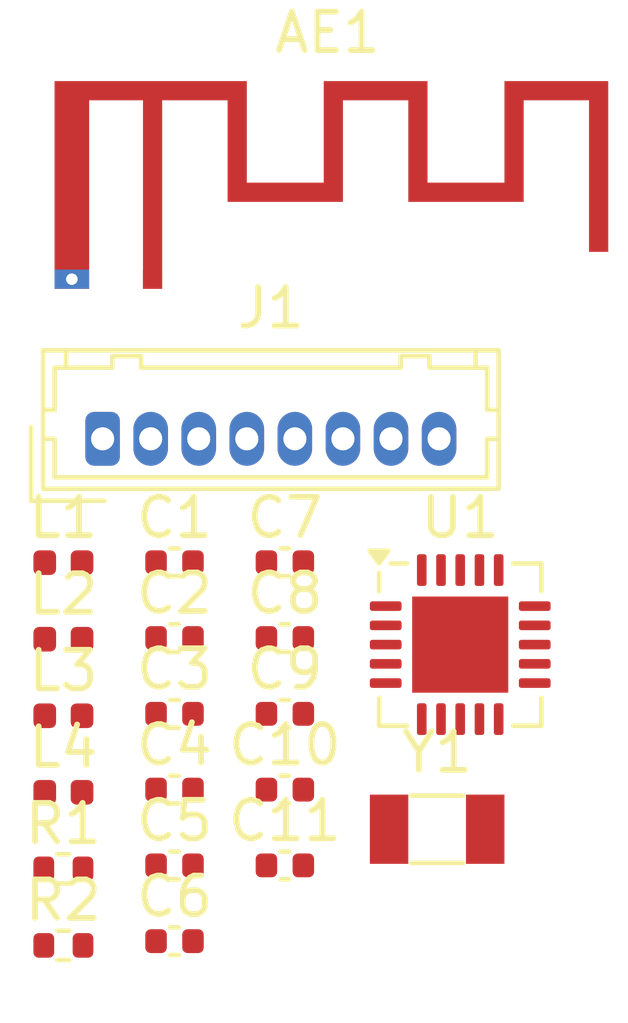
<source format=kicad_pcb>
(kicad_pcb (version 20240108) (generator "pcbnew") (generator_version "8.0")
  (layers (0 "F.Cu" signal) (31 "B.Cu" signal) (34 "B.Paste" user) (35 "F.Paste" user) (36 "B.SilkS" user "B.Silkscreen") (37 "F.SilkS" user "F.Silkscreen") (38 "B.Mask" user) (39 "F.Mask" user) (44 "Edge.Cuts" user))
  (net 0 "")
  (net 1 "Net-(AE1-A)")
  (net 2 "VCC")
  (net 3 "GND")
  (net 4 "Net-(U1-DVDD)")
  (net 5 "Net-(U1-XC2)")
  (net 6 "Net-(U1-XC1)")
  (net 7 "Net-(U1-VDD_PA)")
  (net 8 "Net-(C7-Pad1)")
  (net 9 "Net-(C10-Pad1)")
  (net 10 "Net-(J1-Pin_2)")
  (net 11 "Net-(J1-Pin_5)")
  (net 12 "Net-(J1-Pin_3)")
  (net 13 "Net-(J1-Pin_7)")
  (net 14 "Net-(J1-Pin_6)")
  (net 15 "Net-(J1-Pin_4)")
  (net 16 "Net-(U1-ANT2)")
  (net 17 "Net-(U1-ANT1)")
  (net 18 "Net-(U1-IREF)")
  (footprint "Capacitor_SMD:C_0402_1005Metric" (layer "F.Cu") (at 157.902 92)
    (property "Reference" "C9" (at 0 -1.16 0) (layer "F.SilkS"))
    (property "Value" "4.7p")
    (fp_line (start -0.107836 -0.36) (end 0.107836 -0.36) (stroke (width 0.12)) (layer "F.SilkS"))
    (fp_line (start -0.107836 0.36) (end 0.107836 0.36) (stroke (width 0.12)) (layer "F.SilkS"))
    (pad "1" smd roundrect (at -0.48 0) (size 0.56 0.62) (layers "F.Cu" "F.Paste" "F.Mask") (net 7 "Net-(U1-VDD_PA)"))
    (pad "2" smd roundrect (at 0.48 0) (size 0.56 0.62) (layers "F.Cu" "F.Paste" "F.Mask") (net 3 "GND"))
  )
  (footprint "Inductor_SMD:L_0402_1005Metric" (layer "F.Cu") (at 152.142 94.04)
    (property "Reference" "L4" (at 0 -1.17 0) (layer "F.SilkS"))
    (property "Value" "Lx")
    (pad "1" smd roundrect (at -0.485 0) (size 0.59 0.64) (layers "F.Cu" "F.Paste" "F.Mask") (net 9 "Net-(C10-Pad1)"))
    (pad "2" smd roundrect (at 0.485 0) (size 0.59 0.64) (layers "F.Cu" "F.Paste" "F.Mask") (net 1 "Net-(AE1-A)"))
  )
  (footprint "Capacitor_SMD:C_0402_1005Metric" (layer "F.Cu") (at 157.902 95.94)
    (property "Reference" "C11" (at 0 -1.16 0) (layer "F.SilkS"))
    (property "Value" "Cx")
    (fp_line (start -0.107836 -0.36) (end 0.107836 -0.36) (stroke (width 0.12)) (layer "F.SilkS"))
    (fp_line (start -0.107836 0.36) (end 0.107836 0.36) (stroke (width 0.12)) (layer "F.SilkS"))
    (pad "1" smd roundrect (at -0.48 0) (size 0.56 0.62) (layers "F.Cu" "F.Paste" "F.Mask") (net 1 "Net-(AE1-A)"))
    (pad "2" smd roundrect (at 0.48 0) (size 0.56 0.62) (layers "F.Cu" "F.Paste" "F.Mask") (net 3 "GND"))
  )
  (footprint "Inductor_SMD:L_0402_1005Metric" (layer "F.Cu") (at 152.142 92.05)
    (property "Reference" "L3" (at 0 -1.17 0) (layer "F.SilkS"))
    (property "Value" "2n7")
    (pad "1" smd roundrect (at -0.485 0) (size 0.59 0.64) (layers "F.Cu" "F.Paste" "F.Mask") (net 16 "Net-(U1-ANT2)"))
    (pad "2" smd roundrect (at 0.485 0) (size 0.59 0.64) (layers "F.Cu" "F.Paste" "F.Mask") (net 7 "Net-(U1-VDD_PA)"))
  )
  (footprint "Capacitor_SMD:C_0402_1005Metric" (layer "F.Cu") (at 155.032 95.94)
    (property "Reference" "C5" (at 0 -1.16 0) (layer "F.SilkS"))
    (property "Value" "22p")
    (fp_line (start -0.107836 -0.36) (end 0.107836 -0.36) (stroke (width 0.12)) (layer "F.SilkS"))
    (fp_line (start -0.107836 0.36) (end 0.107836 0.36) (stroke (width 0.12)) (layer "F.SilkS"))
    (pad "1" smd roundrect (at -0.48 0) (size 0.56 0.62) (layers "F.Cu" "F.Paste" "F.Mask") (net 6 "Net-(U1-XC1)"))
    (pad "2" smd roundrect (at 0.48 0) (size 0.56 0.62) (layers "F.Cu" "F.Paste" "F.Mask") (net 3 "GND"))
  )
  (footprint "Resistor_SMD:R_0402_1005Metric" (layer "F.Cu") (at 152.142 98.02)
    (property "Reference" "R2" (at 0 -1.17 0) (layer "F.SilkS"))
    (property "Value" "10M")
    (fp_line (start -0.153641 -0.38) (end 0.153641 -0.38) (stroke (width 0.12)) (layer "F.SilkS"))
    (fp_line (start -0.153641 0.38) (end 0.153641 0.38) (stroke (width 0.12)) (layer "F.SilkS"))
    (pad "1" smd roundrect (at -0.51 0) (size 0.54 0.64) (layers "F.Cu" "F.Paste" "F.Mask") (net 5 "Net-(U1-XC2)"))
    (pad "2" smd roundrect (at 0.51 0) (size 0.54 0.64) (layers "F.Cu" "F.Paste" "F.Mask") (net 6 "Net-(U1-XC1)"))
  )
  (footprint "Capacitor_SMD:C_0402_1005Metric" (layer "F.Cu") (at 155.032 92)
    (property "Reference" "C3" (at 0 -1.16 0) (layer "F.SilkS"))
    (property "Value" "1n")
    (fp_line (start -0.107836 -0.36) (end 0.107836 -0.36) (stroke (width 0.12)) (layer "F.SilkS"))
    (fp_line (start -0.107836 0.36) (end 0.107836 0.36) (stroke (width 0.12)) (layer "F.SilkS"))
    (pad "1" smd roundrect (at -0.48 0) (size 0.56 0.62) (layers "F.Cu" "F.Paste" "F.Mask") (net 2 "VCC"))
    (pad "2" smd roundrect (at 0.48 0) (size 0.56 0.62) (layers "F.Cu" "F.Paste" "F.Mask") (net 3 "GND"))
  )
  (footprint "Capacitor_SMD:C_0402_1005Metric" (layer "F.Cu") (at 157.902 90.03)
    (property "Reference" "C8" (at 0 -1.16 0) (layer "F.SilkS"))
    (property "Value" "1p")
    (fp_line (start -0.107836 -0.36) (end 0.107836 -0.36) (stroke (width 0.12)) (layer "F.SilkS"))
    (fp_line (start -0.107836 0.36) (end 0.107836 0.36) (stroke (width 0.12)) (layer "F.SilkS"))
    (pad "1" smd roundrect (at -0.48 0) (size 0.56 0.62) (layers "F.Cu" "F.Paste" "F.Mask") (net 9 "Net-(C10-Pad1)"))
    (pad "2" smd roundrect (at 0.48 0) (size 0.56 0.62) (layers "F.Cu" "F.Paste" "F.Mask") (net 3 "GND"))
  )
  (footprint "Capacitor_SMD:C_0402_1005Metric" (layer "F.Cu") (at 155.032 90.03)
    (property "Reference" "C2" (at 0 -1.16 0) (layer "F.SilkS"))
    (property "Value" "33n")
    (fp_line (start -0.107836 -0.36) (end 0.107836 -0.36) (stroke (width 0.12)) (layer "F.SilkS"))
    (fp_line (start -0.107836 0.36) (end 0.107836 0.36) (stroke (width 0.12)) (layer "F.SilkS"))
    (pad "1" smd roundrect (at -0.48 0) (size 0.56 0.62) (layers "F.Cu" "F.Paste" "F.Mask") (net 4 "Net-(U1-DVDD)"))
    (pad "2" smd roundrect (at 0.48 0) (size 0.56 0.62) (layers "F.Cu" "F.Paste" "F.Mask") (net 3 "GND"))
  )
  (footprint "Inductor_SMD:L_0402_1005Metric" (layer "F.Cu") (at 152.142 88.07)
    (property "Reference" "L1" (at 0 -1.17 0) (layer "F.SilkS"))
    (property "Value" "8n2")
    (pad "1" smd roundrect (at -0.485 0) (size 0.59 0.64) (layers "F.Cu" "F.Paste" "F.Mask") (net 17 "Net-(U1-ANT1)"))
    (pad "2" smd roundrect (at 0.485 0) (size 0.59 0.64) (layers "F.Cu" "F.Paste" "F.Mask") (net 16 "Net-(U1-ANT2)"))
  )
  (footprint "Capacitor_SMD:C_0402_1005Metric" (layer "F.Cu") (at 155.032 93.97)
    (property "Reference" "C4" (at 0 -1.16 0) (layer "F.SilkS"))
    (property "Value" "22p")
    (fp_line (start -0.107836 -0.36) (end 0.107836 -0.36) (stroke (width 0.12)) (layer "F.SilkS"))
    (fp_line (start -0.107836 0.36) (end 0.107836 0.36) (stroke (width 0.12)) (layer "F.SilkS"))
    (pad "1" smd roundrect (at -0.48 0) (size 0.56 0.62) (layers "F.Cu" "F.Paste" "F.Mask") (net 5 "Net-(U1-XC2)"))
    (pad "2" smd roundrect (at 0.48 0) (size 0.56 0.62) (layers "F.Cu" "F.Paste" "F.Mask") (net 3 "GND"))
  )
  (footprint "Connector_Hirose:Hirose_DF13-08P-1.25DSA_1x08_P1.25mm_Vertical" (layer "F.Cu") (at 153.162 84.85)
    (property "Reference" "J1" (at 4.38 -3.4 0) (layer "F.SilkS"))
    (property "Value" "Conn_01x08_Pin")
    (fp_line (start -1.86 -0.3) (end -1.86 1.61) (stroke (width 0.12)) (layer "F.SilkS"))
    (fp_line (start -1.86 1.61) (end 0.05 1.61) (stroke (width 0.12)) (layer "F.SilkS"))
    (fp_line (start -1.55 -2.3) (end -1.55 1.3) (stroke (width 0.12)) (layer "F.SilkS"))
    (fp_line (start -1.55 -0.75) (end -1.25 -0.75) (stroke (width 0.12)) (layer "F.SilkS"))
    (fp_line (start -1.55 0) (end -1.25 0) (stroke (width 0.12)) (layer "F.SilkS"))
    (fp_line (start -1.55 1.3) (end 10.3 1.3) (stroke (width 0.12)) (layer "F.SilkS"))
    (fp_line (start -1.25 -1.85) (end -0.95 -1.85) (stroke (width 0.12)) (layer "F.SilkS"))
    (fp_line (start -1.25 -0.75) (end -1.25 -1.85) (stroke (width 0.12)) (layer "F.SilkS"))
    (fp_line (start -1.25 0) (end -1.25 1) (stroke (width 0.12)) (layer "F.SilkS"))
    (fp_line (start -1.25 1) (end 10 1) (stroke (width 0.12)) (layer "F.SilkS"))
    (fp_line (start -0.95 -1.85) (end -0.95 -2.3) (stroke (width 0.12)) (layer "F.SilkS"))
    (fp_line (start -0.95 -1.85) (end 0.25 -1.85) (stroke (width 0.12)) (layer "F.SilkS"))
    (fp_line (start 0.25 -2.15) (end 1 -2.15) (stroke (width 0.12)) (layer "F.SilkS"))
    (fp_line (start 0.25 -1.85) (end 0.25 -2.15) (stroke (width 0.12)) (layer "F.SilkS"))
    (fp_line (start 1 -2.15) (end 1 -1.85) (stroke (width 0.12)) (layer "F.SilkS"))
    (fp_line (start 1 -1.85) (end 7.75 -1.85) (stroke (width 0.12)) (layer "F.SilkS"))
    (fp_line (start 7.75 -2.15) (end 8.5 -2.15) (stroke (width 0.12)) (layer "F.SilkS"))
    (fp_line (start 7.75 -1.85) (end 7.75 -2.15) (stroke (width 0.12)) (layer "F.SilkS"))
    (fp_line (start 8.5 -2.15) (end 8.5 -1.85) (stroke (width 0.12)) (layer "F.SilkS"))
    (fp_line (start 8.5 -1.85) (end 9.7 -1.85) (stroke (width 0.12)) (layer "F.SilkS"))
    (fp_line (start 9.7 -1.85) (end 9.7 -2.3) (stroke (width 0.12)) (layer "F.SilkS"))
    (fp_line (start 10 -1.85) (end 9.7 -1.85) (stroke (width 0.12)) (layer "F.SilkS"))
    (fp_line (start 10 -0.75) (end 10 -1.85) (stroke (width 0.12)) (layer "F.SilkS"))
    (fp_line (start 10 0) (end 10.3 0) (stroke (width 0.12)) (layer "F.SilkS"))
    (fp_line (start 10 1) (end 10 0) (stroke (width 0.12)) (layer "F.SilkS"))
    (fp_line (start 10.3 -2.3) (end -1.55 -2.3) (stroke (width 0.12)) (layer "F.SilkS"))
    (fp_line (start 10.3 -0.75) (end 10 -0.75) (stroke (width 0.12)) (layer "F.SilkS"))
    (fp_line (start 10.3 1.3) (end 10.3 -2.3) (stroke (width 0.12)) (layer "F.SilkS"))
    (pad "1" thru_hole roundrect (at 0 0) (size 0.9 1.4) (drill 0.6) (layers "*.Cu" "*.Mask") (net 2 "VCC"))
    (pad "2" thru_hole oval (at 1.25 0) (size 0.9 1.4) (drill 0.6) (layers "*.Cu" "*.Mask") (net 10 "Net-(J1-Pin_2)"))
    (pad "3" thru_hole oval (at 2.5 0) (size 0.9 1.4) (drill 0.6) (layers "*.Cu" "*.Mask") (net 12 "Net-(J1-Pin_3)"))
    (pad "4" thru_hole oval (at 3.75 0) (size 0.9 1.4) (drill 0.6) (layers "*.Cu" "*.Mask") (net 15 "Net-(J1-Pin_4)"))
    (pad "5" thru_hole oval (at 5 0) (size 0.9 1.4) (drill 0.6) (layers "*.Cu" "*.Mask") (net 11 "Net-(J1-Pin_5)"))
    (pad "6" thru_hole oval (at 6.25 0) (size 0.9 1.4) (drill 0.6) (layers "*.Cu" "*.Mask") (net 14 "Net-(J1-Pin_6)"))
    (pad "7" thru_hole oval (at 7.5 0) (size 0.9 1.4) (drill 0.6) (layers "*.Cu" "*.Mask") (net 13 "Net-(J1-Pin_7)"))
    (pad "8" thru_hole oval (at 8.75 0) (size 0.9 1.4) (drill 0.6) (layers "*.Cu" "*.Mask") (net 3 "GND"))
  )
  (footprint "Crystal:Crystal_SMD_3215-2Pin_3.2x1.5mm" (layer "F.Cu") (at 161.862 95)
    (property "Reference" "Y1" (at 0 -2 0) (layer "F.SilkS"))
    (property "Value" "16MHz")
    (fp_line (start -0.675 -0.875) (end 0.675 -0.875) (stroke (width 0.12)) (layer "F.SilkS"))
    (fp_line (start -0.675 0.875) (end 0.675 0.875) (stroke (width 0.12)) (layer "F.SilkS"))
    (pad "1" smd rect (at 1.25 0) (size 1 1.8) (layers "F.Cu" "F.Paste" "F.Mask") (net 5 "Net-(U1-XC2)"))
    (pad "2" smd rect (at -1.25 0) (size 1 1.8) (layers "F.Cu" "F.Paste" "F.Mask") (net 6 "Net-(U1-XC1)"))
  )
  (footprint "Inductor_SMD:L_0402_1005Metric" (layer "F.Cu") (at 152.142 90.06)
    (property "Reference" "L2" (at 0 -1.17 0) (layer "F.SilkS"))
    (property "Value" "3n9")
    (pad "1" smd roundrect (at -0.485 0) (size 0.59 0.64) (layers "F.Cu" "F.Paste" "F.Mask") (net 17 "Net-(U1-ANT1)"))
    (pad "2" smd roundrect (at 0.485 0) (size 0.59 0.64) (layers "F.Cu" "F.Paste" "F.Mask") (net 8 "Net-(C7-Pad1)"))
  )
  (footprint "RF_Antenna:Texas_SWRA117D_2.4GHz_Right" (layer "F.Cu") (at 154.462 80.7)
    (property "Reference" "AE1" (at 4.55 -6.41 0) (layer "F.SilkS"))
    (property "Value" "Antenna")
    (fp_poly (pts (xy 2.45 -2.51) (xy 4.45 -2.51) (xy 4.45 -5.15) (xy 7.15 -5.15) (xy 7.15 -2.51) (xy 9.15 -2.51) (xy 9.15 -5.15) (xy 11.85 -5.15) (xy 11.85 -0.71) (xy 11.35 -0.71) (xy 11.35 -4.65) (xy 9.65 -4.65) (xy 9.65 -2.01) (xy 6.65 -2.01) (xy 6.65 -4.65) (xy 4.95 -4.65) (xy 4.95 -2.01) (xy 1.95 -2.01) (xy 1.95 -4.65) (xy 0.25 -4.65) (xy 0.25 0.25) (xy -0.25 0.25) (xy -0.25 -4.65) (xy -1.65 -4.65) (xy -1.65 0.25) (xy -2.55 0.25) (xy -2.55 0.006785) (xy -2.247583 0.006785) (xy -2.237742 0.054395) (xy -2.213674 0.096797) (xy -2.175731 0.129581) (xy -2.167819 0.133935) (xy -2.125156 0.146043) (xy -2.076637 0.1453) (xy -2.031122 0.1324) (xy -2.012511 0.121787) (xy -1.978868 0.086553) (xy -1.958309 0.041368) (xy -1.951778 -0.008158) (xy -1.960218 -0.056417) (xy -1.977112 -0.088643) (xy -2.012372 -0.121313) (xy -2.057682 -0.141408) (xy -2.107267 -0.147982) (xy -2.155353 -0.140092) (xy -2.188245 -0.123186) (xy -2.223185 -0.086416) (xy -2.242847 -0.041622) (xy -2.247583 0.006785) (xy -2.55 0.006785) (xy -2.55 -5.15) (xy 2.45 -5.15) (xy 2.45 -2.51)) (fill solid) (layer "F.Cu"))
    (pad "1" connect rect (at 0 0) (size 0.5 0.5) (layers "F.Cu") (net 1 "Net-(AE1-A)"))
    (pad "2" thru_hole rect (at -2.1 0) (size 0.9 0.5) (drill 0.3) (layers "*.Cu"))
  )
  (footprint "Package_DFN_QFN:QFN-20-1EP_4x4mm_P0.5mm_EP2.5x2.5mm" (layer "F.Cu") (at 162.462 90.2)
    (property "Reference" "U1" (at 0 -3.3 0) (layer "F.SilkS"))
    (property "Value" "nRF24L01P")
    (fp_line (start -2.11 -1.385) (end -2.11 -1.87) (stroke (width 0.12)) (layer "F.SilkS"))
    (fp_line (start -2.11 2.11) (end -2.11 1.385) (stroke (width 0.12)) (layer "F.SilkS"))
    (fp_line (start -1.385 -2.11) (end -1.81 -2.11) (stroke (width 0.12)) (layer "F.SilkS"))
    (fp_line (start -1.385 2.11) (end -2.11 2.11) (stroke (width 0.12)) (layer "F.SilkS"))
    (fp_line (start 1.385 -2.11) (end 2.11 -2.11) (stroke (width 0.12)) (layer "F.SilkS"))
    (fp_line (start 1.385 2.11) (end 2.11 2.11) (stroke (width 0.12)) (layer "F.SilkS"))
    (fp_line (start 2.11 -2.11) (end 2.11 -1.385) (stroke (width 0.12)) (layer "F.SilkS"))
    (fp_line (start 2.11 2.11) (end 2.11 1.385) (stroke (width 0.12)) (layer "F.SilkS"))
    (fp_poly (pts (xy -2.11 -2.11) (xy -2.35 -2.44) (xy -1.87 -2.44) (xy -2.11 -2.11)) (stroke (width 0.12)) (fill solid) (layer "F.SilkS"))
    (pad "1" smd roundrect (at -1.9375 -1) (size 0.825 0.25) (layers "F.Cu" "F.Paste" "F.Mask") (net 14 "Net-(J1-Pin_6)"))
    (pad "2" smd roundrect (at -1.9375 -0.5) (size 0.825 0.25) (layers "F.Cu" "F.Paste" "F.Mask") (net 11 "Net-(J1-Pin_5)"))
    (pad "3" smd roundrect (at -1.9375 0) (size 0.825 0.25) (layers "F.Cu" "F.Paste" "F.Mask") (net 15 "Net-(J1-Pin_4)"))
    (pad "4" smd roundrect (at -1.9375 0.5) (size 0.825 0.25) (layers "F.Cu" "F.Paste" "F.Mask") (net 10 "Net-(J1-Pin_2)"))
    (pad "5" smd roundrect (at -1.9375 1) (size 0.825 0.25) (layers "F.Cu" "F.Paste" "F.Mask") (net 12 "Net-(J1-Pin_3)"))
    (pad "6" smd roundrect (at -1 1.9375) (size 0.25 0.825) (layers "F.Cu" "F.Paste" "F.Mask") (net 13 "Net-(J1-Pin_7)"))
    (pad "7" smd roundrect (at -0.5 1.9375) (size 0.25 0.825) (layers "F.Cu" "F.Paste" "F.Mask") (net 2 "VCC"))
    (pad "8" smd roundrect (at 0 1.9375) (size 0.25 0.825) (layers "F.Cu" "F.Paste" "F.Mask") (net 3 "GND"))
    (pad "9" smd roundrect (at 0.5 1.9375) (size 0.25 0.825) (layers "F.Cu" "F.Paste" "F.Mask") (net 5 "Net-(U1-XC2)"))
    (pad "10" smd roundrect (at 1 1.9375) (size 0.25 0.825) (layers "F.Cu" "F.Paste" "F.Mask") (net 6 "Net-(U1-XC1)"))
    (pad "11" smd roundrect (at 1.9375 1) (size 0.825 0.25) (layers "F.Cu" "F.Paste" "F.Mask") (net 7 "Net-(U1-VDD_PA)"))
    (pad "12" smd roundrect (at 1.9375 0.5) (size 0.825 0.25) (layers "F.Cu" "F.Paste" "F.Mask") (net 17 "Net-(U1-ANT1)"))
    (pad "13" smd roundrect (at 1.9375 0) (size 0.825 0.25) (layers "F.Cu" "F.Paste" "F.Mask") (net 16 "Net-(U1-ANT2)"))
    (pad "14" smd roundrect (at 1.9375 -0.5) (size 0.825 0.25) (layers "F.Cu" "F.Paste" "F.Mask") (net 3 "GND"))
    (pad "15" smd roundrect (at 1.9375 -1) (size 0.825 0.25) (layers "F.Cu" "F.Paste" "F.Mask") (net 2 "VCC"))
    (pad "16" smd roundrect (at 1 -1.9375) (size 0.25 0.825) (layers "F.Cu" "F.Paste" "F.Mask") (net 18 "Net-(U1-IREF)"))
    (pad "17" smd roundrect (at 0.5 -1.9375) (size 0.25 0.825) (layers "F.Cu" "F.Paste" "F.Mask") (net 3 "GND"))
    (pad "18" smd roundrect (at 0 -1.9375) (size 0.25 0.825) (layers "F.Cu" "F.Paste" "F.Mask") (net 2 "VCC"))
    (pad "19" smd roundrect (at -0.5 -1.9375) (size 0.25 0.825) (layers "F.Cu" "F.Paste" "F.Mask") (net 4 "Net-(U1-DVDD)"))
    (pad "20" smd roundrect (at -1 -1.9375) (size 0.25 0.825) (layers "F.Cu" "F.Paste" "F.Mask") (net 3 "GND"))
    (pad "21" smd rect (at 0 0) (size 2.5 2.5) (property pad_prop_heatsink) (layers "F.Cu" "F.Mask"))
  )
  (footprint "Capacitor_SMD:C_0402_1005Metric" (layer "F.Cu") (at 157.902 88.06)
    (property "Reference" "C7" (at 0 -1.16 0) (layer "F.SilkS"))
    (property "Value" "1p5")
    (fp_line (start -0.107836 -0.36) (end 0.107836 -0.36) (stroke (width 0.12)) (layer "F.SilkS"))
    (fp_line (start -0.107836 0.36) (end 0.107836 0.36) (stroke (width 0.12)) (layer "F.SilkS"))
    (pad "1" smd roundrect (at -0.48 0) (size 0.56 0.62) (layers "F.Cu" "F.Paste" "F.Mask") (net 8 "Net-(C7-Pad1)"))
    (pad "2" smd roundrect (at 0.48 0) (size 0.56 0.62) (layers "F.Cu" "F.Paste" "F.Mask") (net 9 "Net-(C10-Pad1)"))
  )
  (footprint "Capacitor_SMD:C_0402_1005Metric" (layer "F.Cu") (at 157.902 93.97)
    (property "Reference" "C10" (at 0 -1.16 0) (layer "F.SilkS"))
    (property "Value" "Cx")
    (fp_line (start -0.107836 -0.36) (end 0.107836 -0.36) (stroke (width 0.12)) (layer "F.SilkS"))
    (fp_line (start -0.107836 0.36) (end 0.107836 0.36) (stroke (width 0.12)) (layer "F.SilkS"))
    (pad "1" smd roundrect (at -0.48 0) (size 0.56 0.62) (layers "F.Cu" "F.Paste" "F.Mask") (net 9 "Net-(C10-Pad1)"))
    (pad "2" smd roundrect (at 0.48 0) (size 0.56 0.62) (layers "F.Cu" "F.Paste" "F.Mask") (net 3 "GND"))
  )
  (footprint "Capacitor_SMD:C_0402_1005Metric" (layer "F.Cu") (at 155.032 88.06)
    (property "Reference" "C1" (at 0 -1.16 0) (layer "F.SilkS"))
    (property "Value" "10n")
    (fp_line (start -0.107836 -0.36) (end 0.107836 -0.36) (stroke (width 0.12)) (layer "F.SilkS"))
    (fp_line (start -0.107836 0.36) (end 0.107836 0.36) (stroke (width 0.12)) (layer "F.SilkS"))
    (pad "1" smd roundrect (at -0.48 0) (size 0.56 0.62) (layers "F.Cu" "F.Paste" "F.Mask") (net 2 "VCC"))
    (pad "2" smd roundrect (at 0.48 0) (size 0.56 0.62) (layers "F.Cu" "F.Paste" "F.Mask") (net 3 "GND"))
  )
  (footprint "Resistor_SMD:R_0402_1005Metric" (layer "F.Cu") (at 152.142 96.03)
    (property "Reference" "R1" (at 0 -1.17 0) (layer "F.SilkS"))
    (property "Value" "22k")
    (fp_line (start -0.153641 -0.38) (end 0.153641 -0.38) (stroke (width 0.12)) (layer "F.SilkS"))
    (fp_line (start -0.153641 0.38) (end 0.153641 0.38) (stroke (width 0.12)) (layer "F.SilkS"))
    (pad "1" smd roundrect (at -0.51 0) (size 0.54 0.64) (layers "F.Cu" "F.Paste" "F.Mask") (net 18 "Net-(U1-IREF)"))
    (pad "2" smd roundrect (at 0.51 0) (size 0.54 0.64) (layers "F.Cu" "F.Paste" "F.Mask") (net 3 "GND"))
  )
  (footprint "Capacitor_SMD:C_0402_1005Metric" (layer "F.Cu") (at 155.032 97.91)
    (property "Reference" "C6" (at 0 -1.16 0) (layer "F.SilkS"))
    (property "Value" "2.2n")
    (fp_line (start -0.107836 -0.36) (end 0.107836 -0.36) (stroke (width 0.12)) (layer "F.SilkS"))
    (fp_line (start -0.107836 0.36) (end 0.107836 0.36) (stroke (width 0.12)) (layer "F.SilkS"))
    (pad "1" smd roundrect (at -0.48 0) (size 0.56 0.62) (layers "F.Cu" "F.Paste" "F.Mask") (net 7 "Net-(U1-VDD_PA)"))
    (pad "2" smd roundrect (at 0.48 0) (size 0.56 0.62) (layers "F.Cu" "F.Paste" "F.Mask") (net 3 "GND"))
  )
)
</source>
